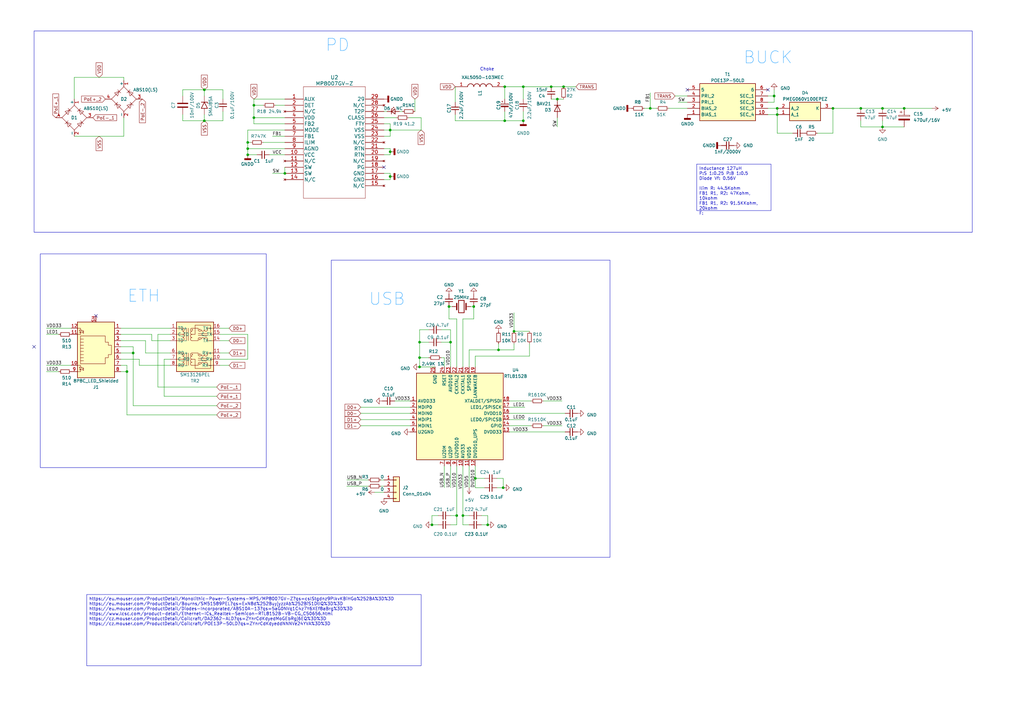
<source format=kicad_sch>
(kicad_sch (version 20230121) (generator eeschema)
  (paper "A3")
  (lib_symbols
    (symbol "ABS10_1" (pin_names (offset 0))
      (property "Reference" "D1" (at 6.35 5.08 0))
      (property "Value" "ABS10(LS)" (at 10.16 2.54 0))
      (symbol "ABS10_1_1_1"
        (pin passive line (at 7.62 0 180) (length 2.54) (name "+") (number "1"))
        (pin passive line (at -7.62 0 0) (length 2.54) (name "-") (number "2"))
        (pin passive line (at 0 -7.62 90) (length 2.54) (name "~") (number "3"))
        (pin passive line (at 0 7.62 270) (length 2.54) (name "~") (number "4"))
      )
    )
    (symbol "Connector:8P8C_LED_Shielded" (pin_names (offset 1.016))
      (property "Reference" "J" (at -5.08 13.97 0))
      (property "Value" "8P8C_LED_Shielded" (at 1.27 13.97 0))
      (symbol "8P8C_LED_Shielded_1_1"
        (pin passive line (at 10.16 -7.62 180) (length 2.54) (name "~") (number "1"))
        (pin passive line (at -10.16 7.62 0) (length 2.54) (name "~") (number "10"))
        (pin passive line (at -10.16 -5.08 0) (length 2.54) (name "~") (number "11"))
        (pin passive line (at -10.16 -7.62 0) (length 2.54) (name "~") (number "12"))
        (pin passive line (at 10.16 -5.08 180) (length 2.54) (name "~") (number "2"))
        (pin passive line (at 10.16 -2.54 180) (length 2.54) (name "~") (number "3"))
        (pin passive line (at 10.16 0 180) (length 2.54) (name "~") (number "4"))
        (pin passive line (at 10.16 2.54 180) (length 2.54) (name "~") (number "5"))
        (pin passive line (at 10.16 5.08 180) (length 2.54) (name "~") (number "6"))
        (pin passive line (at 10.16 7.62 180) (length 2.54) (name "~") (number "7"))
        (pin passive line (at 10.16 10.16 180) (length 2.54) (name "~") (number "8"))
        (pin passive line (at -10.16 10.16 0) (length 2.54) (name "~") (number "9"))
        (pin passive line (at 0 -12.7 90) (length 2.54) (name "~") (number "SH"))
      )
    )
    (symbol "Connector_Generic:Conn_01x04" (pin_names (offset 1.016) hide)
      (property "Reference" "J" (at 0 5.08 0))
      (property "Value" "Conn_01x04" (at 0 -7.62 0))
      (symbol "Conn_01x04_1_1"
        (pin passive line (at -5.08 2.54 0) (length 3.81) (name "Pin_1") (number "1"))
        (pin passive line (at -5.08 0 0) (length 3.81) (name "Pin_2") (number "2"))
        (pin passive line (at -5.08 -2.54 0) (length 3.81) (name "Pin_3") (number "3"))
        (pin passive line (at -5.08 -5.08 0) (length 3.81) (name "Pin_4") (number "4"))
      )
    )
    (symbol "Device:C" (pin_numbers hide) (pin_names (offset 0.254))
      (property "Reference" "C" (at 0.635 2.54 0))
      (property "Value" "C" (at 0.635 -2.54 0))
      (symbol "C_1_1"
        (pin passive line (at 0 3.81 270) (length 2.794) (name "~") (number "1"))
        (pin passive line (at 0 -3.81 90) (length 2.794) (name "~") (number "2"))
      )
    )
    (symbol "Device:C_Polarized" (pin_numbers hide) (pin_names (offset 0.254))
      (property "Reference" "C" (at 0.635 2.54 0))
      (property "Value" "C_Polarized" (at 0.635 -2.54 0))
      (symbol "C_Polarized_1_1"
        (pin passive line (at 0 3.81 270) (length 2.794) (name "~") (number "1"))
        (pin passive line (at 0 -3.81 90) (length 2.794) (name "~") (number "2"))
      )
    )
    (symbol "Device:C_Polarized_Small" (pin_numbers hide) (pin_names (offset 0.254) hide)
      (property "Reference" "C" (at 0.254 1.778 0))
      (property "Value" "C_Polarized_Small" (at 0.254 -2.032 0))
      (symbol "C_Polarized_Small_1_1"
        (pin passive line (at 0 2.54 270) (length 1.8542) (name "~") (number "1"))
        (pin passive line (at 0 -2.54 90) (length 1.8542) (name "~") (number "2"))
      )
    )
    (symbol "Device:C_Small" (pin_numbers hide) (pin_names (offset 0.254) hide)
      (property "Reference" "C" (at 0.254 1.778 0))
      (property "Value" "C_Small" (at 0.254 -2.032 0))
      (symbol "C_Small_1_1"
        (pin passive line (at 0 2.54 270) (length 2.032) (name "~") (number "1"))
        (pin passive line (at 0 -2.54 90) (length 2.032) (name "~") (number "2"))
      )
    )
    (symbol "Device:Crystal" (pin_numbers hide) (pin_names (offset 1.016) hide)
      (property "Reference" "Y" (at 0 3.81 0))
      (property "Value" "Crystal" (at 0 -3.81 0))
      (symbol "Crystal_1_1"
        (pin passive line (at -3.81 0 0) (length 1.27) (name "1") (number "1"))
        (pin passive line (at 3.81 0 180) (length 1.27) (name "2") (number "2"))
      )
    )
    (symbol "Device:LED_Small" (pin_numbers hide) (pin_names (offset 0.254) hide)
      (property "Reference" "D" (at -1.27 3.175 0))
      (property "Value" "LED_Small" (at -4.445 -2.54 0))
      (symbol "LED_Small_1_1"
        (pin passive line (at -2.54 0 0) (length 1.778) (name "K") (number "1"))
        (pin passive line (at 2.54 0 180) (length 1.778) (name "A") (number "2"))
      )
    )
    (symbol "Device:R_Small" (pin_numbers hide) (pin_names (offset 0.254) hide)
      (property "Reference" "R" (at 0.762 0.508 0))
      (property "Value" "R_Small" (at 0.762 -1.016 0))
      (symbol "R_Small_1_1"
        (pin passive line (at 0 2.54 270) (length 0.762) (name "~") (number "1"))
        (pin passive line (at 0 -2.54 90) (length 0.762) (name "~") (number "2"))
      )
    )
    (symbol "Diode:BAV21" (pin_numbers hide) (pin_names hide)
      (property "Reference" "D" (at 0 2.54 0))
      (property "Value" "BAV21" (at 0 -2.54 0))
      (symbol "BAV21_1_1"
        (pin passive line (at -3.81 0 0) (length 2.54) (name "K") (number "1"))
        (pin passive line (at 3.81 0 180) (length 2.54) (name "A") (number "2"))
      )
    )
    (symbol "Diode:SM6T18A" (pin_numbers hide) (pin_names (offset 1.016) hide)
      (property "Reference" "D5" (at 0 5.08 0))
      (property "Value" "SMAJ85A-13-F" (at 0 2.54 0))
      (symbol "SM6T18A_1_1"
        (pin passive line (at -3.81 0 0) (length 2.54) (name "A1") (number "1"))
        (pin passive line (at 3.81 0 180) (length 2.54) (name "A2") (number "2"))
      )
    )
    (symbol "pi_poe:MP8007GV-Z" (pin_names (offset 0.254))
      (property "Reference" "U" (at 20.32 11.43 0))
      (property "Value" "MP8007GV-Z" (at 20.32 8.89 0))
      (symbol "MP8007GV-Z_1_1"
        (pin unspecified line (at 0 0 0) (length 7.62) (name "AUX") (number "1"))
        (pin power_in line (at 0 -22.86 0) (length 7.62) (name "VCC") (number "10"))
        (pin no_connect line (at 0 -25.4 0) (length 7.62) (name "N/C") (number "11"))
        (pin unspecified line (at 0 -27.94 0) (length 7.62) (name "SW") (number "12"))
        (pin unspecified line (at 0 -30.48 0) (length 7.62) (name "SW") (number "13"))
        (pin no_connect line (at 0 -33.02 0) (length 7.62) (name "N/C") (number "14"))
        (pin no_connect line (at 40.64 -35.56 180) (length 7.62) (name "N/C") (number "15"))
        (pin power_in line (at 40.64 -33.02 180) (length 7.62) (name "GND") (number "16"))
        (pin power_in line (at 40.64 -30.48 180) (length 7.62) (name "GND") (number "17"))
        (pin unspecified line (at 40.64 -27.94 180) (length 7.62) (name "PG") (number "18"))
        (pin no_connect line (at 40.64 -25.4 180) (length 7.62) (name "N/C") (number "19"))
        (pin unspecified line (at 0 -2.54 0) (length 7.62) (name "DET") (number "2"))
        (pin unspecified line (at 40.64 -22.86 180) (length 7.62) (name "RTN") (number "20"))
        (pin unspecified line (at 40.64 -20.32 180) (length 7.62) (name "RTN") (number "21"))
        (pin no_connect line (at 40.64 -17.78 180) (length 7.62) (name "N/C") (number "22"))
        (pin power_in line (at 40.64 -15.24 180) (length 7.62) (name "VSS") (number "23"))
        (pin power_in line (at 40.64 -12.7 180) (length 7.62) (name "VSS") (number "24"))
        (pin unspecified line (at 40.64 -10.16 180) (length 7.62) (name "FTY") (number "25"))
        (pin unspecified line (at 40.64 -7.62 180) (length 7.62) (name "CLASS") (number "26"))
        (pin unspecified line (at 40.64 -5.08 180) (length 7.62) (name "T2P") (number "27"))
        (pin no_connect line (at 40.64 -2.54 180) (length 7.62) (name "N/C") (number "28"))
        (pin unspecified line (at 40.64 0 180) (length 7.62) (name "29") (number "29"))
        (pin no_connect line (at 0 -5.08 0) (length 7.62) (name "N/C") (number "3"))
        (pin power_in line (at 0 -7.62 0) (length 7.62) (name "VDD") (number "4"))
        (pin bidirectional line (at 0 -10.16 0) (length 7.62) (name "FB2") (number "5"))
        (pin unspecified line (at 0 -12.7 0) (length 7.62) (name "MODE") (number "6"))
        (pin bidirectional line (at 0 -15.24 0) (length 7.62) (name "FB1") (number "7"))
        (pin unspecified line (at 0 -17.78 0) (length 7.62) (name "ILIM") (number "8"))
        (pin power_in line (at 0 -20.32 0) (length 7.62) (name "AGND") (number "9"))
      )
    )
    (symbol "pi_poe:PMEG060V100EPEZ"
      (property "Reference" "D" (at 19.05 7.62 0))
      (property "Value" "PMEG060V100EPEZ" (at 19.05 5.08 0))
      (symbol "PMEG060V100EPEZ_1_1"
        (pin passive line (at 0 -2.54 0) (length 5.08) (name "A_1") (number "1"))
        (pin passive line (at 0 0 0) (length 5.08) (name "A_2") (number "2"))
        (pin passive line (at 22.86 0 180) (length 5.08) (name "K") (number "3"))
      )
    )
    (symbol "pi_poe:POE13P-50LD"
      (property "Reference" "T" (at 29.21 7.62 0))
      (property "Value" "POE13P-50LD" (at 29.21 5.08 0))
      (symbol "POE13P-50LD_1_1"
        (pin passive line (at 0 -10.16 0) (length 5.08) (name "BIAS_1") (number "1"))
        (pin passive line (at 33.02 -10.16 180) (length 5.08) (name "SEC_4") (number "10"))
        (pin passive line (at 0 -7.62 0) (length 5.08) (name "BIAS_2") (number "2"))
        (pin passive line (at 0 -5.08 0) (length 5.08) (name "PRI_1") (number "3"))
        (pin passive line (at 0 -2.54 0) (length 5.08) (name "PRI_2") (number "4"))
        (pin passive line (at 0 0 0) (length 5.08) (name "5") (number "5"))
        (pin passive line (at 33.02 0 180) (length 5.08) (name "6") (number "6"))
        (pin passive line (at 33.02 -2.54 180) (length 5.08) (name "SEC_1") (number "7"))
        (pin passive line (at 33.02 -5.08 180) (length 5.08) (name "SEC_2") (number "8"))
        (pin passive line (at 33.02 -7.62 180) (length 5.08) (name "SEC_3") (number "9"))
      )
    )
    (symbol "pi_poe:RTL8152B"
      (property "Reference" "U" (at -16.51 20.32 0))
      (property "Value" "RTL8152B" (at 17.78 20.32 0))
      (symbol "RTL8152B_1_1"
        (pin power_out line (at -19.685 6.985 0) (length 2.54) (name "AVDD33") (number "1"))
        (pin power_out line (at 1.905 -19.685 90) (length 2.54) (name "AVD33") (number "10"))
        (pin power_in line (at 4.445 -19.685 90) (length 2.54) (name "VDD5") (number "11"))
        (pin power_in line (at 6.985 -19.685 90) (length 2.54) (name "DVDD10_UPS") (number "12"))
        (pin bidirectional line (at 20.955 -5.715 180) (length 2.54) (name "DVDD33") (number "13"))
        (pin bidirectional line (at 20.955 -3.175 180) (length 2.54) (name "GPIO") (number "14"))
        (pin output line (at 20.955 -0.635 180) (length 2.54) (name "LED0/SPICSB") (number "15"))
        (pin power_in line (at 20.955 1.905 180) (length 2.54) (name "DVDD10") (number "16"))
        (pin output line (at 20.955 4.445 180) (length 2.54) (name "LED1/SPISCK") (number "17"))
        (pin bidirectional line (at 20.955 6.985 180) (length 2.54) (name "XTALDET/SPISDI") (number "18"))
        (pin output line (at 6.985 20.955 270) (length 2.54) (name "LANWAKEB") (number "19"))
        (pin bidirectional line (at -19.685 4.445 0) (length 2.54) (name "MDIP0") (number "2"))
        (pin input line (at 4.445 20.955 270) (length 2.54) (name "SPISD0") (number "20"))
        (pin input line (at 1.905 20.955 270) (length 2.54) (name "CKXTAL1") (number "21"))
        (pin bidirectional line (at -0.635 20.955 270) (length 2.54) (name "CKXTAL2") (number "22"))
        (pin power_out line (at -3.175 20.955 270) (length 2.54) (name "AVDD10") (number "23"))
        (pin input line (at -5.715 20.955 270) (length 2.54) (name "RSET") (number "24"))
        (pin power_in line (at -9.525 20.955 270) (length 2.54) (name "GND") (number "25"))
        (pin bidirectional line (at -19.685 1.905 0) (length 2.54) (name "MDIN0") (number "3"))
        (pin bidirectional line (at -19.685 -0.635 0) (length 2.54) (name "MDIP1") (number "4"))
        (pin bidirectional line (at -19.685 -3.175 0) (length 2.54) (name "MDIN1") (number "5"))
        (pin power_in line (at -19.685 -5.715 0) (length 2.54) (name "U2GND") (number "6"))
        (pin bidirectional line (at -5.715 -19.685 90) (length 2.54) (name "U2DM") (number "7"))
        (pin bidirectional line (at -3.175 -19.685 90) (length 2.54) (name "U2DP") (number "8"))
        (pin power_out line (at -0.635 -19.685 90) (length 2.54) (name "U2VDD10") (number "9"))
      )
    )
    (symbol "pi_poe:SM13126PEL"
      (property "Reference" "TR" (at 0 10.795 0))
      (property "Value" "SM13126PEL" (at 0 -12.065 0))
      (symbol "SM13126PEL_1_1"
        (pin passive line (at -10.16 -7.62 0) (length 2.54) (name "TD+") (number "1"))
        (pin passive line (at 10.16 5.08 180) (length 2.54) (name "C_RX") (number "10"))
        (pin passive line (at 10.16 2.54 180) (length 2.54) (name "RX+") (number "11"))
        (pin passive line (at 10.16 -2.54 180) (length 2.54) (name "TX-") (number "14"))
        (pin passive line (at 10.16 -5.08 180) (length 2.54) (name "C_TX") (number "15"))
        (pin passive line (at 10.16 -7.62 180) (length 2.54) (name "TX+") (number "16"))
        (pin passive line (at -10.16 -5.08 0) (length 2.54) (name "C_TD") (number "2"))
        (pin passive line (at -10.16 -2.54 0) (length 2.54) (name "TD-") (number "3"))
        (pin passive line (at -10.16 2.54 0) (length 2.54) (name "RD+") (number "6"))
        (pin passive line (at -10.16 5.08 0) (length 2.54) (name "C_RD") (number "7"))
        (pin passive line (at -10.16 7.62 0) (length 2.54) (name "RD-") (number "8"))
        (pin passive line (at 10.16 7.62 180) (length 2.54) (name "RX-") (number "9"))
      )
    )
    (symbol "pi_poe:XAL5050-103MEC" (pin_names hide)
      (property "Reference" "L" (at 16.51 6.35 0))
      (property "Value" "XAL5050-103MEC" (at 16.51 3.81 0))
      (symbol "XAL5050-103MEC_1_1"
        (pin passive line (at 0 0 0) (length 5.08) (name "1") (number "1"))
        (pin passive line (at 20.32 0 180) (length 5.08) (name "2") (number "2"))
      )
    )
    (symbol "power:+5V" (power) (pin_names (offset 0))
      (property "Value" "+5V" (at 0 3.556 0))
      (symbol "+5V_1_1"
        (pin power_in line (at 0 0 90) (length 0) hide (name "+5V") (number "1"))
      )
    )
    (symbol "power:GND" (power) (pin_names (offset 0))
      (property "Value" "GND" (at 0 -3.81 0))
      (symbol "GND_1_1"
        (pin power_in line (at 0 0 270) (length 0) hide (name "GND") (number "1"))
      )
    )
    (symbol "power:GNDD" (power) (pin_names (offset 0))
      (property "Value" "GNDD" (at 0 -3.175 0))
      (symbol "GNDD_1_1"
        (pin power_in line (at 0 0 270) (length 0) hide (name "GNDD") (number "1"))
      )
    )
  )
  (junction (at 226.06 35.56))
  (junction (at 206.375 200.025))
  (junction (at 341.63 44.45))
  (junction (at 116.84 71.12))
  (junction (at 207.01 49.53))
  (junction (at 214.63 35.56))
  (junction (at 317.5 39.37))
  (junction (at 172.085 140.335))
  (junction (at 361.95 44.45))
  (junction (at 101.6 63.5))
  (junction (at 318.77 44.45))
  (junction (at 353.06 44.45))
  (junction (at 194.31 125.73))
  (junction (at 207.01 35.56))
  (junction (at 104.14 43.18))
  (junction (at 228.6 40.64))
  (junction (at 370.84 44.45))
  (junction (at 83.82 49.53))
  (junction (at 361.95 52.07))
  (junction (at 189.865 211.455))
  (junction (at 54.61 144.78))
  (junction (at 160.02 53.34))
  (junction (at 101.6 60.96))
  (junction (at 177.165 215.265))
  (junction (at 184.15 125.73))
  (junction (at 231.14 35.56))
  (junction (at 172.085 150.495))
  (junction (at 104.14 48.26))
  (junction (at 204.47 143.51))
  (junction (at 200.025 215.265))
  (junction (at 52.07 152.4))
  (junction (at 160.02 72.39))
  (junction (at 83.82 36.83))
  (junction (at 210.82 135.89))
  (junction (at 214.63 49.53))
  (junction (at 184.785 140.335))
  (junction (at 194.945 196.215))
  (junction (at 318.77 46.99))
  (junction (at 160.02 62.23))
  (junction (at 101.6 58.42))
  (junction (at 266.7 44.45))
  (junction (at 187.325 211.455))
  (junction (at 172.085 146.685))
  (no_connect (at 157.48 68.58))
  (no_connect (at 39.37 129.54))
  (no_connect (at 314.96 36.83))
  (no_connect (at 13.97 142.24))
  (no_connect (at 281.94 36.83))
  (wire (pts (xy 83.82 46.99) (xy 83.82 49.53)))
  (wire (pts (xy 160.02 53.34) (xy 172.72 53.34)))
  (wire (pts (xy 147.955 172.085) (xy 168.275 172.085)))
  (wire (pts (xy 194.945 196.215) (xy 194.945 200.025)))
  (wire (pts (xy 182.245 150.495) (xy 182.245 146.685)))
  (wire (pts (xy 353.06 52.07) (xy 361.95 52.07)))
  (wire (pts (xy 59.69 144.78) (xy 69.85 144.78)))
  (wire (pts (xy 318.77 54.61) (xy 318.77 46.99)))
  (wire (pts (xy 197.485 215.265) (xy 200.025 215.265)))
  (wire (pts (xy 67.31 147.32) (xy 67.31 162.56)))
  (wire (pts (xy 187.325 211.455) (xy 187.325 215.265)))
  (wire (pts (xy 204.47 143.51) (xy 204.47 140.97)))
  (wire (pts (xy 116.84 68.58) (xy 116.84 71.12)))
  (wire (pts (xy 208.915 174.625) (xy 217.805 174.625)))
  (wire (pts (xy 111.76 55.88) (xy 116.84 55.88)))
  (wire (pts (xy 317.5 41.91) (xy 317.5 39.37)))
  (wire (pts (xy 160.02 50.8) (xy 160.02 53.34)))
  (wire (pts (xy 170.18 40.64) (xy 170.18 45.72)))
  (wire (pts (xy 54.61 166.37) (xy 54.61 144.78)))
  (wire (pts (xy 192.405 143.51) (xy 204.47 143.51)))
  (wire (pts (xy 172.085 135.255) (xy 172.085 140.335)))
  (wire (pts (xy 192.405 150.495) (xy 192.405 143.51)))
  (wire (pts (xy 184.15 130.81) (xy 184.15 125.73)))
  (wire (pts (xy 194.945 196.215) (xy 198.755 196.215)))
  (wire (pts (xy 160.02 73.66) (xy 160.02 72.39)))
  (wire (pts (xy 226.06 35.56) (xy 231.14 35.56)))
  (wire (pts (xy 64.77 137.16) (xy 64.77 158.75)))
  (wire (pts (xy 90.17 149.86) (xy 93.98 149.86)))
  (wire (pts (xy 157.48 48.26) (xy 162.56 48.26)))
  (wire (pts (xy 353.06 49.53) (xy 353.06 52.07)))
  (wire (pts (xy 49.53 139.7) (xy 59.69 139.7)))
  (wire (pts (xy 210.82 140.97) (xy 210.82 143.51)))
  (wire (pts (xy 49.53 152.4) (xy 52.07 152.4)))
  (wire (pts (xy 19.05 152.4) (xy 24.13 152.4)))
  (wire (pts (xy 317.5 39.37) (xy 317.5 36.83)))
  (wire (pts (xy 184.785 150.495) (xy 184.785 140.335)))
  (wire (pts (xy 341.63 54.61) (xy 341.63 44.45)))
  (wire (pts (xy 49.53 149.86) (xy 52.07 149.86)))
  (wire (pts (xy 189.865 211.455) (xy 189.865 215.265)))
  (wire (pts (xy 54.61 142.24) (xy 54.61 144.78)))
  (wire (pts (xy 157.48 50.8) (xy 160.02 50.8)))
  (wire (pts (xy 101.6 63.5) (xy 105.41 63.5)))
  (wire (pts (xy 208.915 167.005) (xy 215.265 167.005)))
  (wire (pts (xy 101.6 58.42) (xy 102.87 58.42)))
  (wire (pts (xy 59.69 139.7) (xy 59.69 144.78)))
  (wire (pts (xy 30.48 40.64) (xy 30.48 31.75)))
  (wire (pts (xy 222.885 164.465) (xy 230.505 164.465)))
  (wire (pts (xy 156.21 196.85) (xy 157.48 196.85)))
  (wire (pts (xy 74.93 39.37) (xy 74.93 36.83)))
  (wire (pts (xy 116.84 48.26) (xy 104.14 48.26)))
  (wire (pts (xy 147.955 169.545) (xy 168.275 169.545)))
  (wire (pts (xy 49.53 134.62) (xy 69.85 134.62)))
  (wire (pts (xy 189.865 150.495) (xy 189.865 130.81)))
  (wire (pts (xy 186.69 49.53) (xy 186.69 46.99)))
  (wire (pts (xy 172.72 48.26) (xy 167.64 48.26)))
  (wire (pts (xy 184.15 125.73) (xy 185.42 125.73)))
  (wire (pts (xy 111.76 71.12) (xy 116.84 71.12)))
  (wire (pts (xy 172.085 140.335) (xy 172.085 146.685)))
  (wire (pts (xy 50.8 48.26) (xy 50.8 55.88)))
  (wire (pts (xy 158.75 45.72) (xy 157.48 45.72)))
  (wire (pts (xy 172.085 150.495) (xy 172.085 146.685)))
  (wire (pts (xy 19.05 137.16) (xy 24.13 137.16)))
  (wire (pts (xy 231.14 35.56) (xy 236.22 35.56)))
  (wire (pts (xy 370.84 44.45) (xy 361.95 44.45)))
  (wire (pts (xy 160.02 63.5) (xy 160.02 62.23)))
  (wire (pts (xy 153.67 201.93) (xy 157.48 201.93)))
  (wire (pts (xy 62.23 139.7) (xy 69.85 139.7)))
  (wire (pts (xy 161.925 164.465) (xy 168.275 164.465)))
  (wire (pts (xy 214.63 49.53) (xy 214.63 45.72)))
  (wire (pts (xy 193.04 125.73) (xy 194.31 125.73)))
  (wire (pts (xy 157.48 73.66) (xy 160.02 73.66)))
  (wire (pts (xy 30.48 31.75) (xy 50.8 31.75)))
  (wire (pts (xy 325.12 54.61) (xy 318.77 54.61)))
  (wire (pts (xy 116.84 50.8) (xy 104.14 50.8)))
  (wire (pts (xy 194.31 130.81) (xy 194.31 125.73)))
  (wire (pts (xy 74.93 36.83) (xy 83.82 36.83)))
  (wire (pts (xy 101.6 58.42) (xy 101.6 60.96)))
  (wire (pts (xy 189.865 215.265) (xy 192.405 215.265)))
  (wire (pts (xy 49.53 147.32) (xy 57.15 147.32)))
  (wire (pts (xy 90.17 134.62) (xy 93.98 134.62)))
  (wire (pts (xy 172.085 146.685) (xy 175.895 146.685)))
  (wire (pts (xy 182.245 191.135) (xy 182.245 200.025)))
  (wire (pts (xy 101.6 60.96) (xy 116.84 60.96)))
  (wire (pts (xy 180.975 135.255) (xy 184.785 135.255)))
  (wire (pts (xy 107.95 58.42) (xy 116.84 58.42)))
  (wire (pts (xy 177.165 211.455) (xy 177.165 215.265)))
  (wire (pts (xy 104.14 43.18) (xy 107.95 43.18)))
  (wire (pts (xy 74.93 46.99) (xy 74.93 49.53)))
  (wire (pts (xy 207.01 49.53) (xy 207.01 45.72)))
  (wire (pts (xy 101.6 60.96) (xy 101.6 63.5)))
  (wire (pts (xy 104.14 50.8) (xy 104.14 48.26)))
  (wire (pts (xy 187.325 191.135) (xy 187.325 211.455)))
  (wire (pts (xy 214.63 49.53) (xy 207.01 49.53)))
  (wire (pts (xy 177.165 215.265) (xy 179.705 215.265)))
  (wire (pts (xy 69.85 137.16) (xy 64.77 137.16)))
  (wire (pts (xy 50.8 33.02) (xy 50.8 31.75)))
  (wire (pts (xy 160.02 53.34) (xy 160.02 55.88)))
  (wire (pts (xy 266.7 44.45) (xy 266.7 38.1)))
  (wire (pts (xy 104.14 40.64) (xy 104.14 43.18)))
  (wire (pts (xy 192.405 191.135) (xy 192.405 200.025)))
  (wire (pts (xy 160.02 71.12) (xy 160.02 72.39)))
  (wire (pts (xy 208.915 164.465) (xy 217.805 164.465)))
  (wire (pts (xy 157.48 53.34) (xy 160.02 53.34)))
  (wire (pts (xy 184.785 191.135) (xy 184.785 200.025)))
  (wire (pts (xy 269.24 44.45) (xy 266.7 44.45)))
  (wire (pts (xy 203.835 196.215) (xy 206.375 196.215)))
  (wire (pts (xy 207.01 35.56) (xy 214.63 35.56)))
  (wire (pts (xy 175.895 135.255) (xy 172.085 135.255)))
  (wire (pts (xy 228.6 40.64) (xy 226.06 40.64)))
  (wire (pts (xy 179.705 211.455) (xy 177.165 211.455)))
  (wire (pts (xy 184.785 211.455) (xy 187.325 211.455)))
  (wire (pts (xy 203.835 200.025) (xy 206.375 200.025)))
  (wire (pts (xy 157.48 71.12) (xy 160.02 71.12)))
  (wire (pts (xy 83.82 49.53) (xy 91.44 49.53)))
  (wire (pts (xy 101.6 137.16) (xy 101.6 147.32)))
  (wire (pts (xy 49.53 142.24) (xy 54.61 142.24)))
  (wire (pts (xy 210.82 143.51) (xy 204.47 143.51)))
  (wire (pts (xy 208.915 169.545) (xy 231.775 169.545)))
  (wire (pts (xy 101.6 147.32) (xy 90.17 147.32)))
  (wire (pts (xy 19.05 149.86) (xy 29.21 149.86)))
  (wire (pts (xy 210.82 128.27) (xy 210.82 135.89)))
  (wire (pts (xy 318.77 46.99) (xy 318.77 44.45)))
  (wire (pts (xy 64.77 158.75) (xy 88.9 158.75)))
  (wire (pts (xy 187.325 130.81) (xy 184.15 130.81)))
  (wire (pts (xy 49.53 144.78) (xy 54.61 144.78)))
  (wire (pts (xy 178.435 150.495) (xy 172.085 150.495)))
  (wire (pts (xy 52.07 149.86) (xy 52.07 152.4)))
  (wire (pts (xy 207.01 49.53) (xy 186.69 49.53)))
  (wire (pts (xy 74.93 49.53) (xy 83.82 49.53)))
  (wire (pts (xy 19.05 134.62) (xy 29.21 134.62)))
  (wire (pts (xy 361.95 44.45) (xy 353.06 44.45)))
  (wire (pts (xy 57.15 149.86) (xy 57.15 147.32)))
  (wire (pts (xy 142.24 199.39) (xy 151.13 199.39)))
  (wire (pts (xy 194.945 150.495) (xy 194.945 146.05)))
  (wire (pts (xy 266.7 44.45) (xy 264.16 44.45)))
  (wire (pts (xy 228.6 52.07) (xy 228.6 48.26)))
  (wire (pts (xy 110.49 63.5) (xy 116.84 63.5)))
  (wire (pts (xy 69.85 147.32) (xy 67.31 147.32)))
  (wire (pts (xy 361.95 49.53) (xy 361.95 52.07)))
  (wire (pts (xy 184.785 135.255) (xy 184.785 140.335)))
  (wire (pts (xy 52.07 170.18) (xy 88.9 170.18)))
  (wire (pts (xy 184.785 140.335) (xy 180.975 140.335)))
  (wire (pts (xy 210.82 135.89) (xy 217.17 135.89)))
  (wire (pts (xy 207.01 40.64) (xy 207.01 35.56)))
  (wire (pts (xy 187.325 215.265) (xy 184.785 215.265)))
  (wire (pts (xy 57.15 149.86) (xy 69.85 149.86)))
  (wire (pts (xy 157.48 63.5) (xy 160.02 63.5)))
  (wire (pts (xy 90.17 137.16) (xy 101.6 137.16)))
  (wire (pts (xy 314.96 46.99) (xy 318.77 46.99)))
  (wire (pts (xy 194.945 191.135) (xy 194.945 196.215)))
  (wire (pts (xy 341.63 44.45) (xy 353.06 44.45)))
  (wire (pts (xy 189.865 130.81) (xy 194.31 130.81)))
  (wire (pts (xy 197.485 211.455) (xy 200.025 211.455)))
  (wire (pts (xy 314.96 39.37) (xy 317.5 39.37)))
  (wire (pts (xy 189.865 191.135) (xy 189.865 211.455)))
  (wire (pts (xy 62.23 139.7) (xy 62.23 137.16)))
  (wire (pts (xy 30.48 55.88) (xy 50.8 55.88)))
  (wire (pts (xy 214.63 35.56) (xy 226.06 35.56)))
  (wire (pts (xy 90.17 139.7) (xy 93.98 139.7)))
  (wire (pts (xy 157.48 60.96) (xy 160.02 60.96)))
  (wire (pts (xy 217.17 146.05) (xy 217.17 140.97)))
  (wire (pts (xy 172.72 48.26) (xy 172.72 53.34)))
  (wire (pts (xy 83.82 36.83) (xy 83.82 39.37)))
  (wire (pts (xy 175.895 140.335) (xy 172.085 140.335)))
  (wire (pts (xy 314.96 44.45) (xy 318.77 44.45)))
  (wire (pts (xy 165.1 45.72) (xy 163.83 45.72)))
  (wire (pts (xy 274.32 44.45) (xy 281.94 44.45)))
  (wire (pts (xy 208.915 177.165) (xy 231.775 177.165)))
  (wire (pts (xy 214.63 35.56) (xy 214.63 40.64)))
  (wire (pts (xy 54.61 166.37) (xy 88.9 166.37)))
  (wire (pts (xy 147.955 167.005) (xy 168.275 167.005)))
  (wire (pts (xy 231.14 40.64) (xy 228.6 40.64)))
  (wire (pts (xy 187.325 150.495) (xy 187.325 130.81)))
  (wire (pts (xy 147.955 174.625) (xy 168.275 174.625)))
  (wire (pts (xy 189.865 211.455) (xy 192.405 211.455)))
  (wire (pts (xy 142.24 196.85) (xy 151.13 196.85)))
  (wire (pts (xy 116.84 40.64) (xy 104.14 40.64)))
  (wire (pts (xy 113.03 43.18) (xy 116.84 43.18)))
  (wire (pts (xy 104.14 48.26) (xy 104.14 43.18)))
  (wire (pts (xy 278.13 41.91) (xy 281.94 41.91)))
  (wire (pts (xy 52.07 170.18) (xy 52.07 152.4)))
  (wire (pts (xy 67.31 162.56) (xy 88.9 162.56)))
  (wire (pts (xy 90.17 144.78) (xy 93.98 144.78)))
  (wire (pts (xy 194.945 146.05) (xy 217.17 146.05)))
  (wire (pts (xy 91.44 36.83) (xy 91.44 40.64)))
  (wire (pts (xy 335.28 54.61) (xy 341.63 54.61)))
  (wire (pts (xy 186.69 41.91) (xy 186.69 35.56)))
  (wire (pts (xy 182.245 146.685) (xy 180.975 146.685)))
  (wire (pts (xy 370.84 44.45) (xy 382.27 44.45)))
  (wire (pts (xy 200.025 211.455) (xy 200.025 215.265)))
  (wire (pts (xy 194.945 200.025) (xy 198.755 200.025)))
  (wire (pts (xy 49.53 137.16) (xy 62.23 137.16)))
  (wire (pts (xy 91.44 49.53) (xy 91.44 45.72)))
  (wire (pts (xy 160.02 60.96) (xy 160.02 62.23)))
  (wire (pts (xy 314.96 41.91) (xy 317.5 41.91)))
  (wire (pts (xy 116.84 53.34) (xy 101.6 53.34)))
  (wire (pts (xy 276.86 39.37) (xy 281.94 39.37)))
  (wire (pts (xy 206.375 196.215) (xy 206.375 200.025)))
  (wire (pts (xy 157.48 55.88) (xy 160.02 55.88)))
  (wire (pts (xy 222.885 174.625) (xy 230.505 174.625)))
  (wire (pts (xy 208.915 172.085) (xy 215.265 172.085)))
  (wire (pts (xy 101.6 53.34) (xy 101.6 58.42)))
  (wire (pts (xy 83.82 36.83) (xy 91.44 36.83)))
  (wire (pts (xy 370.84 52.07) (xy 361.95 52.07)))
  (wire (pts (xy 156.21 199.39) (xy 157.48 199.39)))
  (rectangle (start 135.89 106.68) (end 250.19 228.6))
  (rectangle (start 13.97 12.7) (end 398.78 95.25))
  (rectangle (start 16.51 104.14) (end 109.22 191.77))
  (text_box "R7 - Current limit - 49.9K" (at 205.74 -13.97 0) (size 82.55 8.89) (effects (font (size 1.27 1.27)) (justify left top)))
  (text_box "Inductance 127uH\nP:S 1:0.25 P:B 1:0.5\nDiode Vf: 0.56V\n\nIlim R: 44.5Kohm\nFB1 R1, R2: 47Kohm, 10kohm\nFB1 R1, R2: 91.5KKohm, 20kohm\nF: \n\n" (at 285.75 67.31 0) (size 30.48 19.05) (effects (font (size 1.27 1.27)) (justify left top)))
  (text_box "https://eu.mouser.com/ProductDetail/Monolithic-Power-Systems-MPS/MP8007GV-Z?qs=cslStgdnz9PlkvKBiHGo%252BA%3D%3D\nhttps://eu.mouser.com/ProductDetail/Bourns/SM51589PEL?qs=ExN8d%252BuyjyzzAb%252BiS1DtIQ%3D%3D\nhttps://eu.mouser.com/ProductDetail/Diodes-Incorporated/ABS10A-13?qs=5aG0NVq1C4z7Y6XEf8aBrg%3D%3D\nhttps://www.lcsc.com/product-detail/Ethernet-ICs_Realtek-Semicon-RTL8152B-VB-CG_C50656.html\nhttps://cz.mouser.com/ProductDetail/Coilcraft/DA2362-ALD?qs=ZYnrCdKdyedMoGEbRgj6EQ%3D%3D\nhttps://cz.mouser.com/ProductDetail/Coilcraft/POE13P-50LD?qs=ZYnrCdKdyeddNNNVe24YVA%3D%3D\n" (at 35.56 243.84 0) (size 137.16 29.21) (effects (font (size 1.27 1.27)) (justify left top)))
  (text "PD\n" (at 133.35 21.59 0) (effects (font (size 5 5)) (justify left bottom)))
  (text "Choke" (at 196.85 29.21 0) (effects (font (size 1.27 1.27)) (justify left bottom)))
  (text "BUCK" (at 304.8 26.67 0) (effects (font (size 5 5)) (justify left bottom)))
  (text "USB" (at 151.13 125.73 0) (effects (font (size 5 5)) (justify left bottom)))
  (text "ETH\n" (at 52.07 124.46 0) (effects (font (size 5 5)) (justify left bottom)))
  (label "VDD10" (at 184.785 149.86 90))
  (label "VDD33" (at 230.505 174.625 180))
  (label "USB_P" (at 184.785 200.025 90))
  (label "VDD33" (at 189.865 200.66 90))
  (label "VDD5" (at 192.405 200.025 90))
  (label "LED0" (at 215.265 172.085 180))
  (label "VCC" (at 111.76 63.5 0))
  (label "LED0" (at 19.05 152.4 0))
  (label "DVDD10" (at 194.945 200.025 90))
  (label "VDD33" (at 210.82 128.27 270))
  (label "VDD10" (at 187.325 200.025 90))
  (label "LED1" (at 215.265 167.005 180))
  (label "SW" (at 278.13 41.91 0))
  (label "VDD33" (at 19.05 134.62 0))
  (label "FB1" (at 111.76 55.88 0))
  (label "SW" (at 228.6 52.07 90))
  (label "USB_N" (at 142.24 196.85 0))
  (label "SW" (at 111.76 71.12 0))
  (label "USB_N" (at 182.245 200.025 90))
  (label "USB_P" (at 142.24 199.39 0))
  (label "LED1" (at 19.05 137.16 0))
  (label "VDD33" (at 216.535 177.165 180))
  (label "VDD33" (at 19.05 149.86 0))
  (label "FB1" (at 266.7 38.1 270))
  (label "VDD33" (at 230.505 164.465 180))
  (label "VDD33" (at 161.925 164.465 0))
  (global_label "D0-" (shape input) (at 147.955 169.545 180) (property "Intersheetrefs" "${INTERSHEET_REFS}" (effects hide)))
  (global_label "PoE+_2" (shape input) (at 43.18 40.64 180) (property "Intersheetrefs" "${INTERSHEET_REFS}" (effects hide)))
  (global_label "D1-" (shape input) (at 93.98 149.86 0) (property "Intersheetrefs" "${INTERSHEET_REFS}" (effects hide)))
  (global_label "PoE-_1" (shape input) (at 88.9 158.75 0) (property "Intersheetrefs" "${INTERSHEET_REFS}" (effects hide)))
  (global_label "D0+" (shape input) (at 93.98 134.62 0) (property "Intersheetrefs" "${INTERSHEET_REFS}" (effects hide)))
  (global_label "VDD" (shape input) (at 83.82 36.83 90) (property "Intersheetrefs" "${INTERSHEET_REFS}" (effects hide)))
  (global_label "PoE+_1" (shape input) (at 22.86 48.26 90) (property "Intersheetrefs" "${INTERSHEET_REFS}" (effects hide)))
  (global_label "D0+" (shape input) (at 147.955 167.005 180) (property "Intersheetrefs" "${INTERSHEET_REFS}" (effects hide)))
  (global_label "D1-" (shape input) (at 147.955 174.625 180) (property "Intersheetrefs" "${INTERSHEET_REFS}" (effects hide)))
  (global_label "VDD" (shape input) (at 40.64 31.75 90) (property "Intersheetrefs" "${INTERSHEET_REFS}" (effects hide)))
  (global_label "VDD" (shape input) (at 170.18 40.64 90) (property "Intersheetrefs" "${INTERSHEET_REFS}" (effects hide)))
  (global_label "D1+" (shape input) (at 147.955 172.085 180) (property "Intersheetrefs" "${INTERSHEET_REFS}" (effects hide)))
  (global_label "PoE-_1" (shape input) (at 38.1 48.26 0) (property "Intersheetrefs" "${INTERSHEET_REFS}" (effects hide)))
  (global_label "D1+" (shape input) (at 93.98 144.78 0) (property "Intersheetrefs" "${INTERSHEET_REFS}" (effects hide)))
  (global_label "TRANS" (shape input) (at 276.86 39.37 180) (property "Intersheetrefs" "${INTERSHEET_REFS}" (effects hide)))
  (global_label "VDD" (shape input) (at 104.14 40.64 90) (property "Intersheetrefs" "${INTERSHEET_REFS}" (effects hide)))
  (global_label "VSS" (shape input) (at 172.72 53.34 270) (property "Intersheetrefs" "${INTERSHEET_REFS}" (effects hide)))
  (global_label "VSS" (shape input) (at 83.82 49.53 270) (property "Intersheetrefs" "${INTERSHEET_REFS}" (effects hide)))
  (global_label "PoE+_1" (shape input) (at 88.9 162.56 0) (property "Intersheetrefs" "${INTERSHEET_REFS}" (effects hide)))
  (global_label "VSS" (shape input) (at 40.64 55.88 270) (property "Intersheetrefs" "${INTERSHEET_REFS}" (effects hide)))
  (global_label "PoE-_2" (shape input) (at 88.9 166.37 0) (property "Intersheetrefs" "${INTERSHEET_REFS}" (effects hide)))
  (global_label "TRANS" (shape input) (at 236.22 35.56 0) (property "Intersheetrefs" "${INTERSHEET_REFS}" (effects hide)))
  (global_label "PoE+_2" (shape input) (at 88.9 170.18 0) (property "Intersheetrefs" "${INTERSHEET_REFS}" (effects hide)))
  (global_label "VDD" (shape input) (at 186.69 35.56 180) (property "Intersheetrefs" "${INTERSHEET_REFS}" (effects hide)))
  (global_label "D0-" (shape input) (at 93.98 139.7 0) (property "Intersheetrefs" "${INTERSHEET_REFS}" (effects hide)))
  (global_label "PoE-_2" (shape input) (at 58.42 40.64 270) (property "Intersheetrefs" "${INTERSHEET_REFS}" (effects hide)))
  (symbol (lib_id "Device:R_Small") (at 110.49 43.18 90) (unit 1)
    (property "Reference" "R18" (at 109.22 45.72 90) (effects (justify left)))
    (property "Value" "24.9k" (at 115.57 45.72 90) (effects (justify left)))
    (property "Footprint" "Resistor_SMD:R_0603_1608Metric_Pad0.98x0.95mm_HandSolder" (effects hide))
  )
  (symbol (lib_id "pi_poe:RTL8152B") (at 187.96 171.45 0) (unit 1)
    (property "Reference" "U4" (at 211.455 151.765 0))
    (property "Value" "RTL8152B" (at 211.455 154.305 0))
    (property "Footprint" "Package_DFN_QFN:QFN-24-1EP_4x4mm_P0.5mm_EP2.6x2.6mm" (effects hide))
    (property "Datasheet" "http://www.jfd-ic.com/Documents/RTL8152B(N)_Layout.PDF" (effects hide))
  )
  (symbol (lib_id "Device:C_Small") (at 194.945 211.455 270) (unit 1)
    (property "Reference" "C22" (at 192.405 208.915 90))
    (property "Value" "4.7uF" (at 197.485 208.915 90))
    (property "Footprint" "Capacitor_SMD:C_0805_2012Metric_Pad1.18x1.45mm_HandSolder" (effects hide))
  )
  (symbol (lib_id "Device:C") (at 74.93 43.18 180) (unit 1)
    (property "Reference" "C7" (at 71.12 43.18 90))
    (property "Value" "10nF/100V" (at 78.74 43.18 90))
    (property "Footprint" "Capacitor_SMD:C_0805_2012Metric_Pad1.18x1.45mm_HandSolder" (effects hide))
  )
  (symbol (lib_id "Device:R_Small") (at 220.345 164.465 270) (unit 1)
    (property "Reference" "R16" (at 220.345 161.925 90) (effects (justify right)))
    (property "Value" "10K" (at 224.155 161.925 90) (effects (justify right)))
    (property "Footprint" "Resistor_SMD:R_0603_1608Metric_Pad0.98x0.95mm_HandSolder" (effects hide))
  )
  (symbol (lib_id "Device:C_Small") (at 184.15 123.19 180) (unit 1)
    (property "Reference" "C2" (at 179.07 121.92 0) (effects (justify right)))
    (property "Value" "27pF" (at 177.8 124.46 0) (effects (justify right)))
    (property "Footprint" "Capacitor_SMD:C_0603_1608Metric_Pad1.08x0.95mm_HandSolder" (effects hide))
  )
  (symbol (lib_id "Device:R_Small") (at 332.74 54.61 270) (unit 1)
    (property "Reference" "R5" (at 331.47 52.07 90) (effects (justify left)))
    (property "Value" "20" (at 331.47 57.15 90) (effects (justify left)))
    (property "Footprint" "Resistor_SMD:R_0805_2012Metric_Pad1.20x1.40mm_HandSolder" (effects hide))
  )
  (symbol (lib_id "power:GND") (at 177.165 215.265 270) (unit 1)
    (property "Reference" "#PWR026" (effects hide))
    (property "Value" "GND" (at 173.355 215.9 90) (effects (justify right)))
  )
  (symbol (lib_id "Device:C_Small") (at 214.63 43.18 180) (unit 1)
    (property "Reference" "C18" (at 212.09 43.18 90))
    (property "Value" "2.2uF/100V" (at 217.17 43.18 90))
    (property "Footprint" "Capacitor_SMD:C_1210_3225Metric_Pad1.33x2.70mm_HandSolder" (effects hide))
  )
  (symbol (lib_id "Device:C_Small") (at 353.06 46.99 0) (unit 1)
    (property "Reference" "C13" (at 356.87 45.72 0))
    (property "Value" "47uF" (at 356.87 48.26 0))
    (property "Footprint" "Capacitor_SMD:C_1210_3225Metric_Pad1.33x2.70mm_HandSolder" (effects hide))
  )
  (symbol (lib_id "Device:Crystal") (at 189.23 125.73 0) (unit 1)
    (property "Reference" "Y1" (at 189.23 119.38 0))
    (property "Value" "25MHz" (at 189.23 121.92 0))
    (property "Footprint" "pi_poe:ABLS" (effects hide))
  )
  (symbol (lib_id "Device:R_Small") (at 217.17 138.43 180) (unit 1)
    (property "Reference" "R10" (at 218.44 137.16 0) (effects (justify right)))
    (property "Value" "10K" (at 218.44 139.7 0) (effects (justify right)))
    (property "Footprint" "Resistor_SMD:R_0603_1608Metric_Pad0.98x0.95mm_HandSolder" (effects hide))
  )
  (symbol (lib_id "Device:R_Small") (at 105.41 58.42 270) (unit 1)
    (property "Reference" "R7" (at 102.87 55.88 90) (effects (justify left)))
    (property "Value" "47K" (at 105.41 55.88 90) (effects (justify left)))
    (property "Footprint" "Resistor_SMD:R_0603_1608Metric_Pad0.98x0.95mm_HandSolder" (effects hide))
  )
  (symbol (lib_id "Device:C_Small") (at 107.95 63.5 90) (mirror x) (unit 1)
    (property "Reference" "C1" (at 105.41 66.04 90))
    (property "Value" "1uF" (at 110.49 66.04 90))
    (property "Footprint" "Capacitor_SMD:C_0603_1608Metric_Pad1.08x0.95mm_HandSolder" (effects hide))
  )
  (symbol (lib_id "Device:R_Small") (at 231.14 38.1 180) (unit 1)
    (property "Reference" "R2" (at 234.95 39.37 0) (effects (justify left)))
    (property "Value" "27K" (at 236.22 36.83 0) (effects (justify left)))
    (property "Footprint" "Resistor_SMD:R_1206_3216Metric_Pad1.30x1.75mm_HandSolder" (effects hide))
  )
  (symbol (lib_id "pi_poe:POE13P-50LD") (at 281.94 36.83 0) (unit 1)
    (property "Reference" "T1" (at 298.45 30.48 0))
    (property "Value" "POE13P-50LD" (at 298.45 33.02 0))
    (property "Footprint" "pi_poe:POE13P50LD" (effects hide))
    (property "Datasheet" "https://www.coilcraft.com/pdfs/poe_ep.pdf" (effects hide))
    (property "Height" "12.7" (effects hide))
    (property "Mouser Part Number" "994-POE13P-50LD" (effects hide))
    (property "Mouser Price/Stock" "https://www.mouser.co.uk/ProductDetail/Coilcraft/POE13P-50LD?qs=ZYnrCdKdyeddNNNVe24YVA%3D%3D" (effects hide))
    (property "Manufacturer_Name" "COILCRAFT" (effects hide))
    (property "Manufacturer_Part_Number" "POE13P-50LD" (effects hide))
  )
  (symbol (lib_id "pi_poe:MP8007GV-Z") (at 116.84 40.64 0) (unit 1)
    (property "Reference" "U2" (at 137.16 31.75 0) (effects (font (size 1.524 1.524))))
    (property "Value" "MP8007GV-Z" (at 137.16 34.29 0) (effects (font (size 1.524 1.524))))
    (property "Footprint" "pi_poe:MP8007GV-Z" (effects hide))
  )
  (symbol (lib_id "power:GNDD") (at 160.02 62.23 90) (unit 1)
    (property "Reference" "#PWR016" (effects hide))
    (property "Value" "PGND" (at 162.56 62.23 90) (effects (justify right)))
  )
  (symbol (lib_id "power:GND") (at 156.845 164.465 270) (unit 1)
    (property "Reference" "#PWR010" (effects hide))
    (property "Value" "GND" (at 153.035 164.465 90) (effects (justify right)))
  )
  (symbol (lib_id "power:GND") (at 194.31 120.65 180) (unit 1)
    (property "Reference" "#PWR06" (effects hide))
    (property "Value" "GND" (at 194.31 116.84 0))
  )
  (symbol (lib_id "power:+5V") (at 153.67 201.93 90) (unit 1)
    (property "Reference" "#PWR017" (effects hide))
    (property "Value" "+5V" (at 149.86 202.565 90) (effects (justify left)))
  )
  (symbol (lib_id "power:+5V") (at 382.27 44.45 270) (unit 1)
    (property "Reference" "#PWR031" (effects hide))
    (property "Value" "+5V" (at 386.08 45.085 90) (effects (justify left)))
  )
  (symbol (lib_id "power:GND") (at 236.855 169.545 90) (unit 1)
    (property "Reference" "#PWR011" (effects hide))
    (property "Value" "GND" (at 240.665 170.18 90) (effects (justify right)))
  )
  (symbol (lib_id "Diode:SM6T18A") (at 83.82 43.18 270) (unit 1)
    (property "Reference" "D5" (at 81.28 41.91 0) (effects (justify left)))
    (property "Value" "SMAJ85A" (at 86.36 39.37 0) (effects (justify left)))
    (property "Footprint" "Diode_SMD:D_SMA" (effects hide))
    (property "Datasheet" "https://cz.mouser.com/datasheet/2/115/DIOD_S_A0011538071_1-2543697.pdf" (effects hide))
  )
  (symbol (lib_id "Device:C_Small") (at 178.435 135.255 90) (unit 1)
    (property "Reference" "C26" (at 176.53 133.35 90))
    (property "Value" "4.7uF" (at 181.61 133.35 90))
    (property "Footprint" "Capacitor_SMD:C_0805_2012Metric_Pad1.18x1.45mm_HandSolder" (effects hide))
  )
  (symbol (lib_id "Device:R_Small") (at 167.64 45.72 90) (mirror x) (unit 1)
    (property "Reference" "R1" (at 167.64 43.18 90) (effects (justify left)))
    (property "Value" "NC" (at 170.18 43.18 90) (effects (justify left)))
    (property "Footprint" "Resistor_SMD:R_0603_1608Metric_Pad0.98x0.95mm_HandSolder" (effects hide))
  )
  (symbol (lib_id "Connector_Generic:Conn_01x04") (at 162.56 199.39 0) (unit 1)
    (property "Reference" "J2" (at 165.1 200.025 0) (effects (justify left)))
    (property "Value" "Conn_01x04" (at 165.1 202.565 0) (effects (justify left)))
    (property "Footprint" "Connector_PinHeader_2.54mm:PinHeader_1x04_P2.54mm_Vertical" (effects hide))
  )
  (symbol (lib_id "power:GNDD") (at 259.08 44.45 270) (unit 1)
    (property "Reference" "#PWR021" (effects hide))
    (property "Value" "PGND" (at 254 44.45 90))
  )
  (symbol (lib_id "Device:C_Small") (at 186.69 44.45 180) (unit 1)
    (property "Reference" "C17" (at 184.15 44.45 90))
    (property "Value" "2.2uF/100V" (at 189.23 43.18 90))
    (property "Footprint" "Capacitor_SMD:C_1210_3225Metric_Pad1.33x2.70mm_HandSolder" (effects hide))
  )
  (symbol (lib_id "Device:C_Small") (at 234.315 169.545 90) (unit 1)
    (property "Reference" "C11" (at 234.315 167.005 90))
    (property "Value" "0.1uF" (at 234.315 172.085 90))
    (property "Footprint" "Capacitor_SMD:C_0603_1608Metric_Pad1.08x0.95mm_HandSolder" (effects hide))
  )
  (symbol (lib_id "Device:C_Small") (at 194.945 215.265 270) (mirror x) (unit 1)
    (property "Reference" "C23" (at 192.405 219.075 90))
    (property "Value" "0.1Uf" (at 197.485 219.075 90))
    (property "Footprint" "Capacitor_SMD:C_0603_1608Metric_Pad1.08x0.95mm_HandSolder" (effects hide))
  )
  (symbol (lib_id "power:GND") (at 184.15 120.65 180) (unit 1)
    (property "Reference" "#PWR05" (effects hide))
    (property "Value" "GND" (at 184.15 116.84 0))
  )
  (symbol (lib_id "Device:C_Small") (at 226.06 38.1 0) (unit 1)
    (property "Reference" "C4" (at 222.25 39.37 0))
    (property "Value" "15nF" (at 222.25 36.83 0))
    (property "Footprint" "Capacitor_SMD:C_0805_2012Metric_Pad1.18x1.45mm_HandSolder" (effects hide))
  )
  (symbol (lib_id "Diode:BAV21") (at 228.6 44.45 270) (unit 1)
    (property "Reference" "D3" (at 226.06 45.085 90) (effects (justify right)))
    (property "Value" "BAV21" (at 226.06 42.545 90) (effects (justify right)))
    (property "Footprint" "Diode_SMD:D_SOD-123" (effects hide))
    (property "Datasheet" "http://www.vishay.com/docs/85543/bav17.pdf" (effects hide))
    (property "Sim.Device" "D" (effects hide))
    (property "Sim.Pins" "1=K 2=A" (effects hide))
  )
  (symbol (lib_id "power:GNDD") (at 295.91 59.69 270) (unit 1)
    (property "Reference" "#PWR013" (effects hide))
    (property "Value" "PGND" (at 290.83 59.69 90))
  )
  (symbol (lib_id "Connector:8P8C_LED_Shielded") (at 39.37 142.24 0) (mirror x) (unit 1)
    (property "Reference" "J1" (at 39.37 158.75 0))
    (property "Value" "8P8C_LED_Shielded" (at 39.37 156.21 0))
    (property "Footprint" "Connector_RJ:RJ45_Amphenol_RJHSE538X" (effects hide))
  )
  (symbol (lib_id "power:GND") (at 204.47 135.89 180) (unit 1)
    (property "Reference" "#PWR07" (effects hide))
    (property "Value" "GND" (at 204.47 132.08 0))
  )
  (symbol (lib_id "power:GND") (at 168.275 177.165 270) (unit 1)
    (property "Reference" "#PWR027" (effects hide))
    (property "Value" "GND" (at 164.465 177.8 90) (effects (justify right)))
  )
  (symbol (lib_id "Device:R_Small") (at 210.82 138.43 180) (unit 1)
    (property "Reference" "R9" (at 212.09 137.16 0) (effects (justify right)))
    (property "Value" "10K" (at 212.09 139.7 0) (effects (justify right)))
    (property "Footprint" "Resistor_SMD:R_0603_1608Metric_Pad0.98x0.95mm_HandSolder" (effects hide))
  )
  (symbol (lib_id "Device:LED_Small") (at 161.29 45.72 0) (unit 1)
    (property "Reference" "D6" (at 158.75 44.45 0))
    (property "Value" "NC" (at 163.83 44.45 0))
    (property "Footprint" "LED_SMD:LED_0603_1608Metric_Pad1.05x0.95mm_HandSolder" (effects hide))
  )
  (symbol (lib_id "Device:C_Small") (at 182.245 215.265 270) (mirror x) (unit 1)
    (property "Reference" "C20" (at 179.705 219.075 90))
    (property "Value" "0.1Uf" (at 184.785 219.075 90))
    (property "Footprint" "Capacitor_SMD:C_0603_1608Metric_Pad1.08x0.95mm_HandSolder" (effects hide))
  )
  (symbol (lib_id "power:GND") (at 300.99 59.69 90) (unit 1)
    (property "Reference" "#PWR014" (effects hide))
    (property "Value" "AGND" (at 304.8 59.69 90) (effects (justify right)))
  )
  (symbol (lib_id "power:GNDD") (at 157.48 40.64 90) (unit 1)
    (property "Reference" "#PWR02" (effects hide))
    (property "Value" "PGND" (at 160.02 40.64 90) (effects (justify right)))
  )
  (symbol (lib_id "power:GNDD") (at 214.63 49.53 0) (unit 1)
    (property "Reference" "#PWR03" (effects hide))
    (property "Value" "PGND" (at 214.63 54.61 0))
  )
  (symbol (lib_id "Device:C_Small") (at 298.45 59.69 270) (unit 1)
    (property "Reference" "C27" (at 298.45 57.15 90))
    (property "Value" "1nF/2000V" (at 298.45 62.23 90))
    (property "Footprint" "Capacitor_SMD:C_1812_4532Metric_Pad1.57x3.40mm_HandSolder" (effects hide))
  )
  (symbol (lib_name "ABS10_1") (lib_id "Diode_Bridge:ABS10") (at 50.8 40.64 90) (unit 1)
    (property "Reference" "D2" (at 50.8 40.64 90))
    (property "Value" "ABS10(LS)" (at 59.69 36.83 90))
    (property "Footprint" "Diode_SMD:Diode_Bridge_Diotec_ABS" (effects hide))
    (property "Datasheet" "https://diotec.com/tl_files/diotec/files/pdf/datasheets/abs2.pdf" (effects hide))
  )
  (symbol (lib_id "Device:C_Small") (at 182.245 211.455 270) (unit 1)
    (property "Reference" "C21" (at 179.705 208.915 90))
    (property "Value" "1uF" (at 184.785 208.915 90))
    (property "Footprint" "Capacitor_SMD:C_0603_1608Metric_Pad1.08x0.95mm_HandSolder" (effects hide))
  )
  (symbol (lib_id "pi_poe:SM13126PEL") (at 80.01 142.24 0) (mirror x) (unit 1)
    (property "Reference" "TR2" (at 80.01 156.21 0))
    (property "Value" "SM13126PEL" (at 80.01 153.67 0))
    (property "Footprint" "Transformer_SMD:Transformer_Ethernet_Bourns_PT61017PEL" (effects hide))
    (property "Datasheet" "https://eu.mouser.com/datasheet/2/54/bourns_05212019_SM13126PE_datasheet-1595551.pdf" (effects hide))
  )
  (symbol (lib_id "Device:R_Small") (at 26.67 152.4 270) (mirror x) (unit 1)
    (property "Reference" "R14" (at 25.4 157.48 90) (effects (justify left)))
    (property "Value" "510" (at 25.4 154.94 90) (effects (justify left)))
    (property "Footprint" "Resistor_SMD:R_0603_1608Metric_Pad0.98x0.95mm_HandSolder" (effects hide))
  )
  (symbol (lib_id "power:GND") (at 236.855 177.165 90) (unit 1)
    (property "Reference" "#PWR028" (effects hide))
    (property "Value" "GND" (at 240.665 177.8 90) (effects (justify right)))
  )
  (symbol (lib_id "Device:C_Small") (at 194.31 123.19 180) (unit 1)
    (property "Reference" "C8" (at 196.7913 122.5486 0) (effects (justify right)))
    (property "Value" "27pF" (at 196.7913 125.0886 0) (effects (justify right)))
    (property "Footprint" "Capacitor_SMD:C_0603_1608Metric_Pad1.08x0.95mm_HandSolder" (effects hide))
  )
  (symbol (lib_id "Device:R_Small") (at 220.345 174.625 270) (unit 1)
    (property "Reference" "R15" (at 220.345 172.085 90) (effects (justify right)))
    (property "Value" "10K" (at 224.155 172.085 90) (effects (justify right)))
    (property "Footprint" "Resistor_SMD:R_0603_1608Metric_Pad0.98x0.95mm_HandSolder" (effects hide))
  )
  (symbol (lib_id "power:+5V") (at 192.405 200.025 180) (unit 1)
    (property "Reference" "#PWR012" (effects hide))
    (property "Value" "+5V" (at 192.405 205.105 0))
  )
  (symbol (lib_id "power:GNDD") (at 160.02 72.39 90) (unit 1)
    (property "Reference" "#PWR015" (effects hide))
    (property "Value" "PGND" (at 162.56 72.39 90) (effects (justify right)))
  )
  (symbol (lib_id "Device:C_Small") (at 361.95 46.99 0) (unit 1)
    (property "Reference" "C14" (at 365.76 45.72 0))
    (property "Value" "47uF" (at 365.76 48.26 0))
    (property "Footprint" "Capacitor_SMD:C_1210_3225Metric_Pad1.33x2.70mm_HandSolder" (effects hide))
  )
  (symbol (lib_id "pi_poe:PMEG060V100EPEZ") (at 318.77 44.45 0) (unit 1)
    (property "Reference" "D4" (at 330.2 38.1 0))
    (property "Value" "PMEG060V100EPEZ" (at 330.2 40.64 0))
    (property "Footprint" "pi_poe:PMEG060V100EPEZ" (effects hide))
    (property "Datasheet" "https://assets.nexperia.com/documents/data-sheet/PMEG060V100EPE.pdf" (effects hide))
    (property "Height" "0.99" (effects hide))
    (property "Manufacturer_Name" "Nexperia" (effects hide))
    (property "Manufacturer_Part_Number" "PMEG060V100EPEZ" (effects hide))
  )
  (symbol (lib_id "Device:R_Small") (at 178.435 146.685 270) (unit 1)
    (property "Reference" "R12" (at 179.705 144.145 90) (effects (justify right)))
    (property "Value" "2.49K 1%" (at 182.245 149.225 90) (effects (justify right)))
    (property "Footprint" "Resistor_SMD:R_0603_1608Metric_Pad0.98x0.95mm_HandSolder" (effects hide))
  )
  (symbol (lib_id "power:GND") (at 172.085 150.495 270) (unit 1)
    (property "Reference" "#PWR09" (effects hide))
    (property "Value" "GND" (at 168.275 151.13 90) (effects (justify right)))
  )
  (symbol (lib_id "Device:R_Small") (at 26.67 137.16 270) (mirror x) (unit 1)
    (property "Reference" "R13" (at 25.4 142.24 90) (effects (justify left)))
    (property "Value" "510" (at 25.4 139.7 90) (effects (justify left)))
    (property "Footprint" "Resistor_SMD:R_0603_1608Metric_Pad0.98x0.95mm_HandSolder" (effects hide))
  )
  (symbol (lib_id "power:GNDD") (at 101.6 63.5 0) (unit 1)
    (property "Reference" "#PWR01" (effects hide))
    (property "Value" "PGND" (at 104.14 67.31 0) (effects (justify right)))
  )
  (symbol (lib_id "Device:R_Small") (at 153.67 199.39 270) (unit 1)
    (property "Reference" "R6" (at 151.13 200.66 90) (effects (justify right)))
    (property "Value" "0" (at 157.48 200.66 90) (effects (justify right)))
    (property "Footprint" "Resistor_SMD:R_0603_1608Metric_Pad0.98x0.95mm_HandSolder" (effects hide))
  )
  (symbol (lib_id "Device:C_Polarized") (at 370.84 48.26 0) (unit 1)
    (property "Reference" "C15" (at 374.65 46.736 0) (effects (justify left)))
    (property "Value" "470uF/16V" (at 374.65 49.276 0) (effects (justify left)))
    (property "Footprint" "Capacitor_THT:CP_Radial_D10.0mm_P5.00mm" (effects hide))
  )
  (symbol (lib_id "power:GND") (at 157.48 204.47 0) (unit 1)
    (property "Reference" "#PWR04" (effects hide))
    (property "Value" "GND" (at 157.48 209.55 0))
  )
  (symbol (lib_id "Device:C_Small") (at 159.385 164.465 90) (unit 1)
    (property "Reference" "C10" (at 159.3913 159.385 90))
    (property "Value" "0.1uF" (at 159.3913 161.925 90))
    (property "Footprint" "Capacitor_SMD:C_0603_1608Metric_Pad1.08x0.95mm_HandSolder" (effects hide))
  )
  (symbol (lib_id "Device:C_Small") (at 201.295 200.025 270) (mirror x) (unit 1)
    (property "Reference" "C25" (at 198.755 203.835 90))
    (property "Value" "0.1uF" (at 203.835 203.835 90))
    (property "Footprint" "Capacitor_SMD:C_0603_1608Metric_Pad1.08x0.95mm_HandSolder" (effects hide))
  )
  (symbol (lib_id "pi_poe:XAL5050-103MEC") (at 186.69 35.56 0) (unit 1)
    (property "Reference" "L1" (at 196.85 39.37 90) (effects (justify left)))
    (property "Value" "XAL5050-103MEC" (at 189.23 31.75 0) (effects (justify left)))
    (property "Footprint" "Inductor_SMD:L_Coilcraft_XAL5050-XXX" (effects hide))
    (property "Datasheet" "https://componentsearchengine.com/Datasheets/2/XAL5050-103MEC.pdf" (effects hide))
    (property "Height" "5.1" (effects hide))
    (property "Manufacturer_Name" "COILCRAFT" (effects hide))
    (property "Manufacturer_Part_Number" "XAL5050-103MEC" (effects hide))
    (property "Mouser Part Number" "994-XAL5050-103MEC" (effects hide))
    (property "Mouser Price/Stock" "https://www.mouser.co.uk/ProductDetail/Coilcraft/XAL5050-103MEC?qs=zCSbvcPd3pZ%2FwY1785KGDw%3D%3D" (effects hide))
  )
  (symbol (lib_id "Device:R_Small") (at 261.62 44.45 90) (unit 1)
    (property "Reference" "R8" (at 262.89 41.91 90) (effects (justify left)))
    (property "Value" "11K" (at 264.16 46.99 90) (effects (justify left)))
    (property "Footprint" "Resistor_SMD:R_0603_1608Metric_Pad0.98x0.95mm_HandSolder" (effects hide))
  )
  (symbol (lib_id "Device:R_Small") (at 271.78 44.45 270) (unit 1)
    (property "Reference" "R4" (at 270.51 41.91 90) (effects (justify left)))
    (property "Value" "51K" (at 269.24 46.99 90) (effects (justify left)))
    (property "Footprint" "Resistor_SMD:R_0603_1608Metric_Pad0.98x0.95mm_HandSolder" (effects hide))
  )
  (symbol (lib_id "power:GND") (at 206.375 200.025 90) (unit 1)
    (property "Reference" "#PWR08" (effects hide))
    (property "Value" "GND" (at 210.185 200.66 90) (effects (justify right)))
  )
  (symbol (lib_id "Device:R_Small") (at 204.47 138.43 180) (unit 1)
    (property "Reference" "R11" (at 205.74 137.16 0) (effects (justify right)))
    (property "Value" "10K" (at 205.74 139.7 0) (effects (justify right)))
    (property "Footprint" "Resistor_SMD:R_0603_1608Metric_Pad0.98x0.95mm_HandSolder" (effects hide))
  )
  (symbol (lib_id "power:GNDD") (at 281.94 46.99 0) (unit 1)
    (property "Reference" "#PWR022" (effects hide))
    (property "Value" "PGND" (at 281.94 50.8 0))
  )
  (symbol (lib_id "power:GND") (at 361.95 52.07 0) (unit 1)
    (property "Reference" "#PWR030" (effects hide))
    (property "Value" "AGND" (at 361.95 57.15 0))
  )
  (symbol (lib_id "Device:C_Small") (at 91.44 43.18 0) (mirror x) (unit 1)
    (property "Reference" "C3" (at 88.9 43.18 90))
    (property "Value" "0.1uF/100V" (at 95.25 43.18 90))
    (property "Footprint" "Capacitor_SMD:C_1206_3216Metric_Pad1.33x1.80mm_HandSolder" (effects hide))
  )
  (symbol (lib_id "Device:C_Small") (at 234.315 177.165 90) (unit 1)
    (property "Reference" "C12" (at 234.315 174.625 90))
    (property "Value" "0.1uF" (at 234.315 179.705 90))
    (property "Footprint" "Capacitor_SMD:C_0603_1608Metric_Pad1.08x0.95mm_HandSolder" (effects hide))
  )
  (symbol (lib_id "Device:R_Small") (at 153.67 196.85 270) (unit 1)
    (property "Reference" "R3" (at 151.13 195.58 90) (effects (justify right)))
    (property "Value" "0" (at 157.48 195.58 90) (effects (justify right)))
    (property "Footprint" "Resistor_SMD:R_0603_1608Metric_Pad0.98x0.95mm_HandSolder" (effects hide))
  )
  (symbol (lib_name "ABS10_1") (lib_id "Diode_Bridge:ABS10") (at 30.48 48.26 90) (unit 1)
    (property "Reference" "D1" (at 30.48 48.26 90))
    (property "Value" "ABS10(LS)" (at 39.37 44.45 90))
    (property "Footprint" "Diode_SMD:Diode_Bridge_Diotec_ABS" (effects hide))
    (property "Datasheet" "https://diotec.com/tl_files/diotec/files/pdf/datasheets/abs2.pdf" (effects hide))
  )
  (symbol (lib_id "Device:C_Small") (at 201.295 196.215 270) (unit 1)
    (property "Reference" "C24" (at 198.755 193.675 90))
    (property "Value" "1uF" (at 203.835 193.675 90))
    (property "Footprint" "Capacitor_SMD:C_0603_1608Metric_Pad1.08x0.95mm_HandSolder" (effects hide))
  )
  (symbol (lib_id "Device:C_Small") (at 327.66 54.61 270) (unit 1)
    (property "Reference" "C6" (at 327.66 52.07 90))
    (property "Value" "1nF" (at 327.66 57.15 90))
    (property "Footprint" "Capacitor_SMD:C_0603_1608Metric_Pad1.08x0.95mm_HandSolder" (effects hide))
  )
  (symbol (lib_id "Device:R_Small") (at 165.1 48.26 90) (mirror x) (unit 1)
    (property "Reference" "R19" (at 165.1 50.8 90) (effects (justify left)))
    (property "Value" "41.2" (at 170.18 50.8 90) (effects (justify left)))
    (property "Footprint" "Resistor_SMD:R_0603_1608Metric_Pad0.98x0.95mm_HandSolder" (effects hide))
  )
  (symbol (lib_id "Device:C_Polarized_Small") (at 207.01 43.18 0) (unit 1)
    (property "Reference" "C19" (at 204.47 43.18 90))
    (property "Value" "47uf/100V" (at 209.55 43.18 90))
    (property "Footprint" "Capacitor_THT:CP_Radial_D8.0mm_P3.50mm" (effects hide))
  )
  (symbol (lib_id "Device:C_Small") (at 178.435 140.335 90) (unit 1)
    (property "Reference" "C9" (at 176.53 138.43 90))
    (property "Value" "0.1uF" (at 181.61 138.43 90))
    (property "Footprint" "Capacitor_SMD:C_0603_1608Metric_Pad1.08x0.95mm_HandSolder" (effects hide))
  )
  (symbol (lib_id "power:GND") (at 200.025 215.265 90) (unit 1)
    (property "Reference" "#PWR025" (effects hide))
    (property "Value" "GND" (at 203.835 215.9 90) (effects (justify right)))
  )
  (symbol (lib_id "power:GND") (at 317.5 36.83 180) (unit 1)
    (property "Reference" "#PWR018" (effects hide))
    (property "Value" "AGND" (at 320.04 36.195 0) (effects (justify right)))
  )
)
</source>
